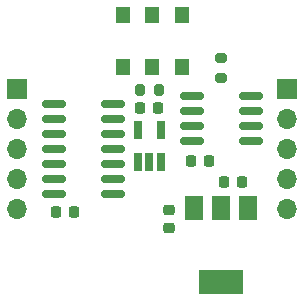
<source format=gbr>
%TF.GenerationSoftware,KiCad,Pcbnew,7.0.10*%
%TF.CreationDate,2024-05-08T17:05:56+09:00*%
%TF.ProjectId,CANFD_Module_withMCP2517FD&MCP2562FD,43414e46-445f-44d6-9f64-756c655f7769,rev?*%
%TF.SameCoordinates,Original*%
%TF.FileFunction,Soldermask,Top*%
%TF.FilePolarity,Negative*%
%FSLAX46Y46*%
G04 Gerber Fmt 4.6, Leading zero omitted, Abs format (unit mm)*
G04 Created by KiCad (PCBNEW 7.0.10) date 2024-05-08 17:05:56*
%MOMM*%
%LPD*%
G01*
G04 APERTURE LIST*
G04 Aperture macros list*
%AMRoundRect*
0 Rectangle with rounded corners*
0 $1 Rounding radius*
0 $2 $3 $4 $5 $6 $7 $8 $9 X,Y pos of 4 corners*
0 Add a 4 corners polygon primitive as box body*
4,1,4,$2,$3,$4,$5,$6,$7,$8,$9,$2,$3,0*
0 Add four circle primitives for the rounded corners*
1,1,$1+$1,$2,$3*
1,1,$1+$1,$4,$5*
1,1,$1+$1,$6,$7*
1,1,$1+$1,$8,$9*
0 Add four rect primitives between the rounded corners*
20,1,$1+$1,$2,$3,$4,$5,0*
20,1,$1+$1,$4,$5,$6,$7,0*
20,1,$1+$1,$6,$7,$8,$9,0*
20,1,$1+$1,$8,$9,$2,$3,0*%
G04 Aperture macros list end*
%ADD10RoundRect,0.200000X0.200000X0.275000X-0.200000X0.275000X-0.200000X-0.275000X0.200000X-0.275000X0*%
%ADD11R,1.500000X2.000000*%
%ADD12R,3.800000X2.000000*%
%ADD13R,0.650000X1.560000*%
%ADD14RoundRect,0.150000X0.825000X0.150000X-0.825000X0.150000X-0.825000X-0.150000X0.825000X-0.150000X0*%
%ADD15RoundRect,0.150000X-0.825000X-0.150000X0.825000X-0.150000X0.825000X0.150000X-0.825000X0.150000X0*%
%ADD16R,1.200000X1.400000*%
%ADD17RoundRect,0.200000X-0.275000X0.200000X-0.275000X-0.200000X0.275000X-0.200000X0.275000X0.200000X0*%
%ADD18R,1.700000X1.700000*%
%ADD19O,1.700000X1.700000*%
%ADD20RoundRect,0.225000X-0.225000X-0.250000X0.225000X-0.250000X0.225000X0.250000X-0.225000X0.250000X0*%
%ADD21RoundRect,0.225000X-0.250000X0.225000X-0.250000X-0.225000X0.250000X-0.225000X0.250000X0.225000X0*%
%ADD22RoundRect,0.225000X0.225000X0.250000X-0.225000X0.250000X-0.225000X-0.250000X0.225000X-0.250000X0*%
G04 APERTURE END LIST*
D10*
%TO.C,R2*%
X128841000Y-71247000D03*
X127191000Y-71247000D03*
%TD*%
D11*
%TO.C,U4*%
X136412000Y-81178000D03*
D12*
X134112000Y-87478000D03*
D11*
X134112000Y-81178000D03*
X131812000Y-81178000D03*
%TD*%
D13*
%TO.C,U3*%
X127066000Y-77296000D03*
X128016000Y-77296000D03*
X128966000Y-77296000D03*
X128966000Y-74596000D03*
X127066000Y-74596000D03*
%TD*%
D14*
%TO.C,U2*%
X124903000Y-80010000D03*
X124903000Y-78740000D03*
X124903000Y-77470000D03*
X124903000Y-76200000D03*
X124903000Y-74930000D03*
X124903000Y-73660000D03*
X124903000Y-72390000D03*
X119953000Y-72390000D03*
X119953000Y-73660000D03*
X119953000Y-74930000D03*
X119953000Y-76200000D03*
X119953000Y-77470000D03*
X119953000Y-78740000D03*
X119953000Y-80010000D03*
%TD*%
D15*
%TO.C,U1*%
X131637000Y-71755000D03*
X131637000Y-73025000D03*
X131637000Y-74295000D03*
X131637000Y-75565000D03*
X136587000Y-75565000D03*
X136587000Y-74295000D03*
X136587000Y-73025000D03*
X136587000Y-71755000D03*
%TD*%
D16*
%TO.C,SW1*%
X125770000Y-69256000D03*
X125770000Y-64856000D03*
X128270000Y-69256000D03*
X128270000Y-64856000D03*
X130770000Y-69256000D03*
X130770000Y-64856000D03*
%TD*%
D17*
%TO.C,R1*%
X134112000Y-68517000D03*
X134112000Y-70167000D03*
%TD*%
D18*
%TO.C,J2*%
X139700000Y-71125000D03*
D19*
X139700000Y-73665000D03*
X139700000Y-76205000D03*
X139700000Y-78745000D03*
X139700000Y-81285000D03*
%TD*%
%TO.C,J1*%
X116840000Y-81285000D03*
X116840000Y-78745000D03*
X116840000Y-76205000D03*
X116840000Y-73665000D03*
D18*
X116840000Y-71125000D03*
%TD*%
D20*
%TO.C,C5*%
X134353000Y-78994000D03*
X135903000Y-78994000D03*
%TD*%
D21*
%TO.C,C4*%
X129667000Y-81394000D03*
X129667000Y-82944000D03*
%TD*%
D22*
%TO.C,C3*%
X133109000Y-77216000D03*
X131559000Y-77216000D03*
%TD*%
D20*
%TO.C,C2*%
X120129000Y-81534000D03*
X121679000Y-81534000D03*
%TD*%
D22*
%TO.C,C1*%
X128791000Y-72771000D03*
X127241000Y-72771000D03*
%TD*%
M02*

</source>
